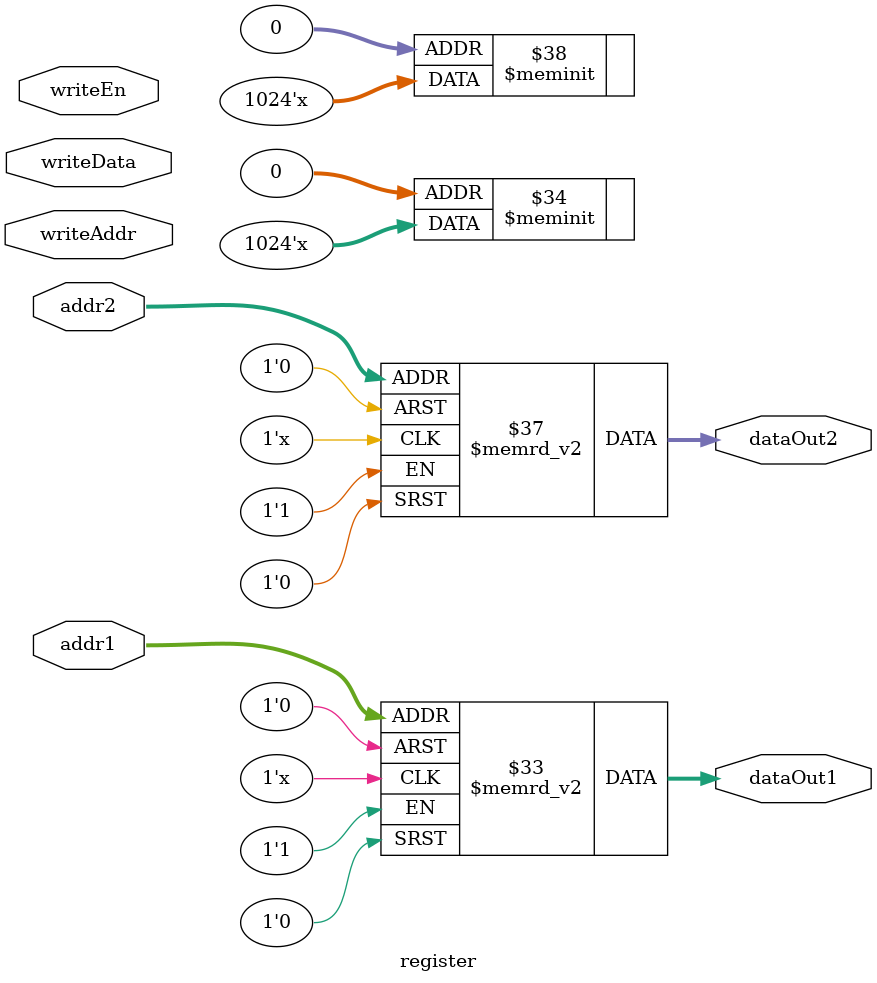
<source format=v>
module register (
addr1,
addr2,
writeAddr,
writeData,
writeEn,

dataOut1,
dataOut2
); // End of port list
input [4:0] addr1 ;
input [4:0] addr2 ;
input [4:0] writeAddr ;
input [31:0] writeData;
input writeEn;
//-------------Output Ports----------------------------
output [31:0] dataOut1 ;
output [31:0] dataOut2 ;
//-------------Input ports Data Type-------------------
wire [4:0] addr1 ;
wire [4:0] addr2 ;
wire [4:0] writeAddr ;
wire [31:0] writeData ;
wire writeEn;
//-------------Output Ports Data Type------------------
reg [31:0] dataOut1 ;
reg [31:0] dataOut2 ;

//------------Code Starts Here-------------------------
reg [31:0] internalReg [0:31];

always @ (addr1 or addr2 or writeAddr or writeData)
begin // Block Name
  // At every rising edge of clock we check if reset is active
  // If active, we load the counter output with 4'b0000
  if (writeEn == 1'b1) begin
    internalReg[writeAddr] <= writeData;
  end
  else  begin
    internalReg[writeAddr] <= internalReg[writeAddr];
  end
  dataOut1 <= internalReg[addr1];
  dataOut2 <= internalReg[addr2];
end // End of Block COUNTER

endmodule // End of Module counter

</source>
